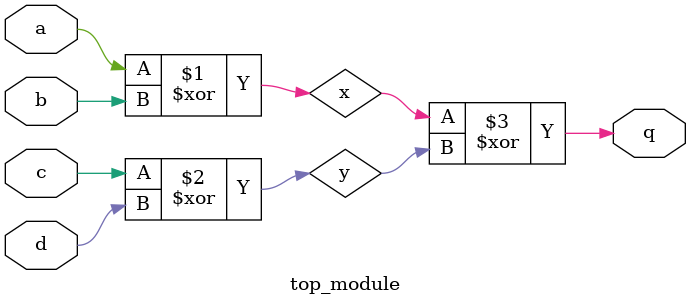
<source format=sv>
module top_module (
    input a, 
    input b, 
    input c, 
    input d,
    output q
);

wire x;
wire y;

xor(x, a, b);
xor(y, c, d);
xor(q, x, y);

endmodule

</source>
